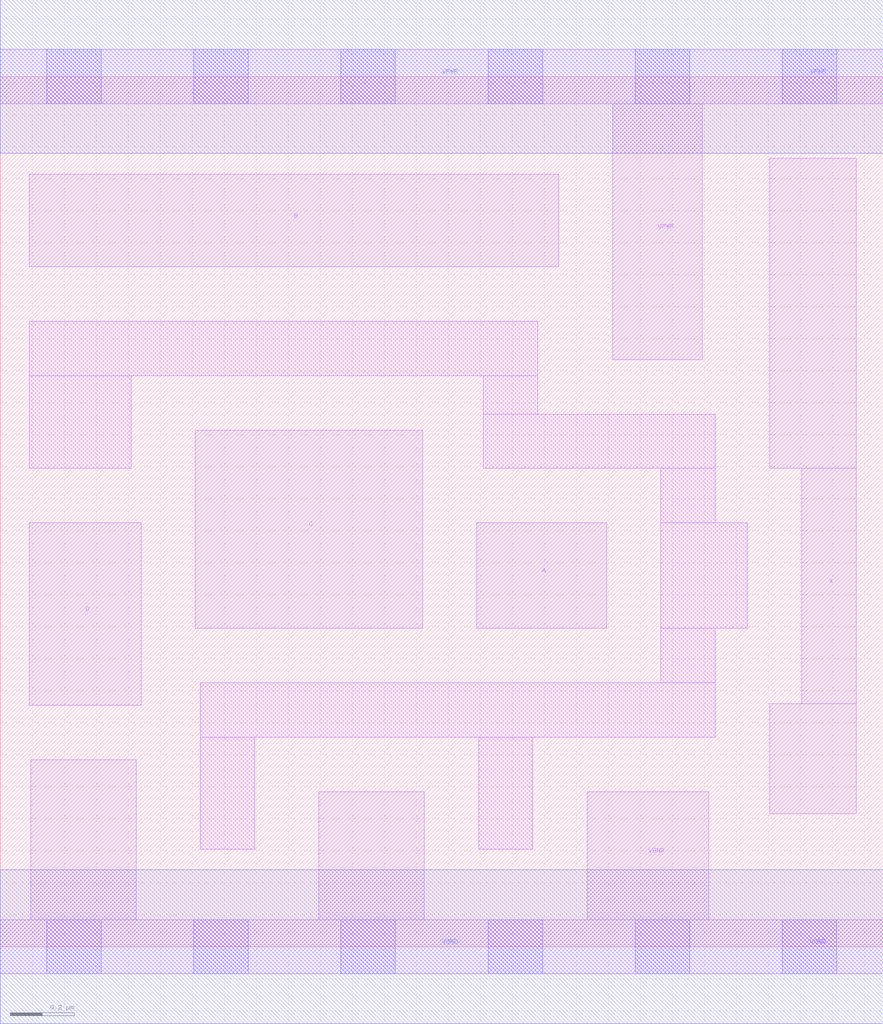
<source format=lef>
# Copyright 2020 The SkyWater PDK Authors
#
# Licensed under the Apache License, Version 2.0 (the "License");
# you may not use this file except in compliance with the License.
# You may obtain a copy of the License at
#
#     https://www.apache.org/licenses/LICENSE-2.0
#
# Unless required by applicable law or agreed to in writing, software
# distributed under the License is distributed on an "AS IS" BASIS,
# WITHOUT WARRANTIES OR CONDITIONS OF ANY KIND, either express or implied.
# See the License for the specific language governing permissions and
# limitations under the License.
#
# SPDX-License-Identifier: Apache-2.0

VERSION 5.7 ;
  NAMESCASESENSITIVE ON ;
  NOWIREEXTENSIONATPIN ON ;
  DIVIDERCHAR "/" ;
  BUSBITCHARS "[]" ;
UNITS
  DATABASE MICRONS 200 ;
END UNITS
MACRO sky130_fd_sc_hd__or4_1
  CLASS CORE ;
  SOURCE USER ;
  FOREIGN sky130_fd_sc_hd__or4_1 ;
  ORIGIN  0.000000  0.000000 ;
  SIZE  2.760000 BY  2.720000 ;
  SYMMETRY X Y R90 ;
  SITE unithd ;
  PIN A
    ANTENNAGATEAREA  0.126000 ;
    DIRECTION INPUT ;
    USE SIGNAL ;
    PORT
      LAYER li1 ;
        RECT 1.490000 0.995000 1.895000 1.325000 ;
    END
  END A
  PIN B
    ANTENNAGATEAREA  0.126000 ;
    DIRECTION INPUT ;
    USE SIGNAL ;
    PORT
      LAYER li1 ;
        RECT 0.090000 2.125000 1.745000 2.415000 ;
    END
  END B
  PIN C
    ANTENNAGATEAREA  0.126000 ;
    DIRECTION INPUT ;
    USE SIGNAL ;
    PORT
      LAYER li1 ;
        RECT 0.610000 0.995000 1.320000 1.615000 ;
    END
  END C
  PIN D
    ANTENNAGATEAREA  0.126000 ;
    DIRECTION INPUT ;
    USE SIGNAL ;
    PORT
      LAYER li1 ;
        RECT 0.090000 0.755000 0.440000 1.325000 ;
    END
  END D
  PIN X
    ANTENNADIFFAREA  0.445500 ;
    DIRECTION OUTPUT ;
    USE SIGNAL ;
    PORT
      LAYER li1 ;
        RECT 2.405000 0.415000 2.675000 0.760000 ;
        RECT 2.405000 1.495000 2.675000 2.465000 ;
        RECT 2.505000 0.760000 2.675000 1.495000 ;
    END
  END X
  PIN VGND
    DIRECTION INOUT ;
    SHAPE ABUTMENT ;
    USE GROUND ;
    PORT
      LAYER li1 ;
        RECT 0.000000 -0.085000 2.760000 0.085000 ;
        RECT 0.095000  0.085000 0.425000 0.585000 ;
        RECT 0.995000  0.085000 1.325000 0.485000 ;
        RECT 1.835000  0.085000 2.215000 0.485000 ;
      LAYER mcon ;
        RECT 0.145000 -0.085000 0.315000 0.085000 ;
        RECT 0.605000 -0.085000 0.775000 0.085000 ;
        RECT 1.065000 -0.085000 1.235000 0.085000 ;
        RECT 1.525000 -0.085000 1.695000 0.085000 ;
        RECT 1.985000 -0.085000 2.155000 0.085000 ;
        RECT 2.445000 -0.085000 2.615000 0.085000 ;
      LAYER met1 ;
        RECT 0.000000 -0.240000 2.760000 0.240000 ;
    END
  END VGND
  PIN VPWR
    DIRECTION INOUT ;
    SHAPE ABUTMENT ;
    USE POWER ;
    PORT
      LAYER li1 ;
        RECT 0.000000 2.635000 2.760000 2.805000 ;
        RECT 1.915000 1.835000 2.195000 2.635000 ;
      LAYER mcon ;
        RECT 0.145000 2.635000 0.315000 2.805000 ;
        RECT 0.605000 2.635000 0.775000 2.805000 ;
        RECT 1.065000 2.635000 1.235000 2.805000 ;
        RECT 1.525000 2.635000 1.695000 2.805000 ;
        RECT 1.985000 2.635000 2.155000 2.805000 ;
        RECT 2.445000 2.635000 2.615000 2.805000 ;
      LAYER met1 ;
        RECT 0.000000 2.480000 2.760000 2.960000 ;
    END
  END VPWR
  OBS
    LAYER li1 ;
      RECT 0.090000 1.495000 0.410000 1.785000 ;
      RECT 0.090000 1.785000 1.680000 1.955000 ;
      RECT 0.625000 0.305000 0.795000 0.655000 ;
      RECT 0.625000 0.655000 2.235000 0.825000 ;
      RECT 1.495000 0.305000 1.665000 0.655000 ;
      RECT 1.510000 1.495000 2.235000 1.665000 ;
      RECT 1.510000 1.665000 1.680000 1.785000 ;
      RECT 2.065000 0.825000 2.235000 0.995000 ;
      RECT 2.065000 0.995000 2.335000 1.325000 ;
      RECT 2.065000 1.325000 2.235000 1.495000 ;
  END
END sky130_fd_sc_hd__or4_1

</source>
